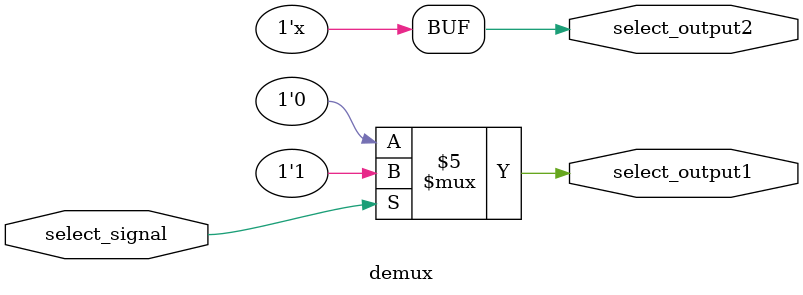
<source format=v>
module demux(input select_signal,output reg select_output1,select_output2);
	always @* begin 
		if(select_signal==1'b1) select_output1 <= 1'b1; 
		else select_output1 <= 1'b0;
	select_output2 <= ~select_output1; 
	end	
endmodule

</source>
